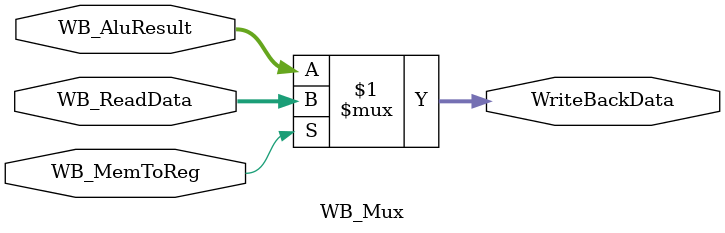
<source format=v>
module WB_Mux(
    input [31:0] WB_AluResult,
    input [31:0] WB_ReadData,
    input WB_MemToReg,
    output [31:0] WriteBackData
    );
    assign WriteBackData = WB_MemToReg ?  WB_ReadData : WB_AluResult;
endmodule

</source>
